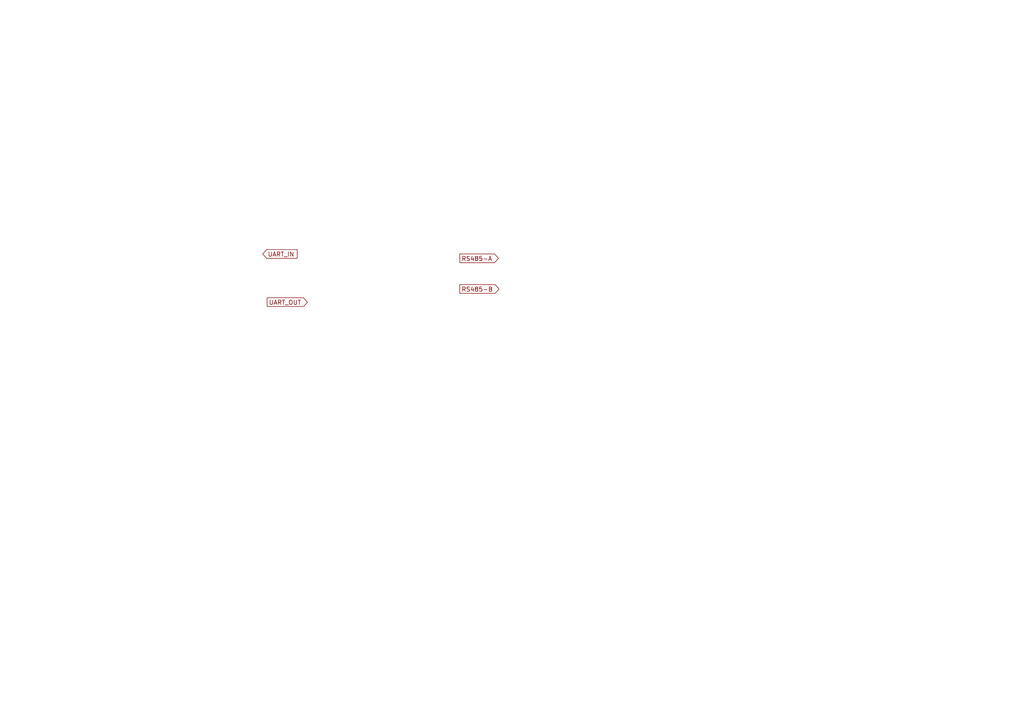
<source format=kicad_sch>
(kicad_sch
	(version 20250114)
	(generator "eeschema")
	(generator_version "9.0")
	(uuid "abd41341-6762-49b6-9f18-8c1d75cf3d58")
	(paper "A4")
	(lib_symbols)
	(global_label "UART_OUT"
		(shape output)
		(at 77.47 87.63 0)
		(fields_autoplaced yes)
		(effects
			(font
				(size 1.27 1.27)
			)
			(justify left)
		)
		(uuid "15935b60-a1bf-41df-8c0a-3239043a5f9d")
		(property "Intersheetrefs" "${INTERSHEET_REFS}"
			(at 89.7081 87.63 0)
			(effects
				(font
					(size 1.27 1.27)
				)
				(justify left)
				(hide yes)
			)
		)
	)
	(global_label "UART_IN"
		(shape input)
		(at 76.2 73.66 0)
		(fields_autoplaced yes)
		(effects
			(font
				(size 1.27 1.27)
			)
			(justify left)
		)
		(uuid "3c4ad9ea-bf69-4a2c-b56a-5c2397401b02")
		(property "Intersheetrefs" "${INTERSHEET_REFS}"
			(at 86.7448 73.66 0)
			(effects
				(font
					(size 1.27 1.27)
				)
				(justify left)
				(hide yes)
			)
		)
	)
	(global_label "RS485-A"
		(shape output)
		(at 133.35 74.93 0)
		(fields_autoplaced yes)
		(effects
			(font
				(size 1.27 1.27)
			)
			(justify left)
		)
		(uuid "408f8334-fc11-4284-a544-cab3361921c4")
		(property "Intersheetrefs" "${INTERSHEET_REFS}"
			(at 145.1042 74.93 0)
			(effects
				(font
					(size 1.27 1.27)
				)
				(justify left)
				(hide yes)
			)
		)
	)
	(global_label "RS485-B"
		(shape output)
		(at 133.35 83.82 0)
		(fields_autoplaced yes)
		(effects
			(font
				(size 1.27 1.27)
			)
			(justify left)
		)
		(uuid "8255c4eb-a656-4c42-b853-19b4a04c718a")
		(property "Intersheetrefs" "${INTERSHEET_REFS}"
			(at 145.2856 83.82 0)
			(effects
				(font
					(size 1.27 1.27)
				)
				(justify left)
				(hide yes)
			)
		)
	)
)

</source>
